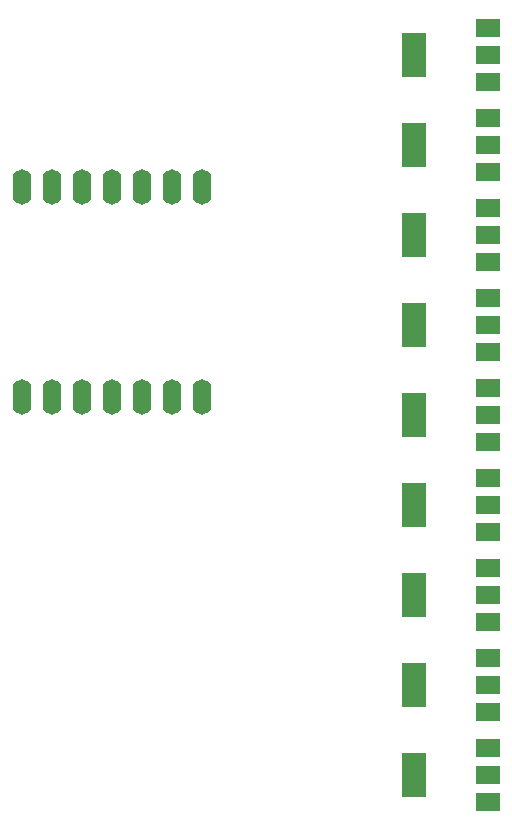
<source format=gbr>
%TF.GenerationSoftware,KiCad,Pcbnew,(6.0.6-0)*%
%TF.CreationDate,2023-10-25T18:50:17+02:00*%
%TF.ProjectId,9outputs,396f7574-7075-4747-932e-6b696361645f,rev?*%
%TF.SameCoordinates,Original*%
%TF.FileFunction,Paste,Top*%
%TF.FilePolarity,Positive*%
%FSLAX46Y46*%
G04 Gerber Fmt 4.6, Leading zero omitted, Abs format (unit mm)*
G04 Created by KiCad (PCBNEW (6.0.6-0)) date 2023-10-25 18:50:17*
%MOMM*%
%LPD*%
G01*
G04 APERTURE LIST*
G04 Aperture macros list*
%AMRoundRect*
0 Rectangle with rounded corners*
0 $1 Rounding radius*
0 $2 $3 $4 $5 $6 $7 $8 $9 X,Y pos of 4 corners*
0 Add a 4 corners polygon primitive as box body*
4,1,4,$2,$3,$4,$5,$6,$7,$8,$9,$2,$3,0*
0 Add four circle primitives for the rounded corners*
1,1,$1+$1,$2,$3*
1,1,$1+$1,$4,$5*
1,1,$1+$1,$6,$7*
1,1,$1+$1,$8,$9*
0 Add four rect primitives between the rounded corners*
20,1,$1+$1,$2,$3,$4,$5,0*
20,1,$1+$1,$4,$5,$6,$7,0*
20,1,$1+$1,$6,$7,$8,$9,0*
20,1,$1+$1,$8,$9,$2,$3,0*%
G04 Aperture macros list end*
%ADD10R,2.000000X1.500000*%
%ADD11R,2.000000X3.800000*%
%ADD12RoundRect,0.800000X0.000000X-0.700000X0.000000X0.700000X0.000000X0.700000X0.000000X-0.700000X0*%
G04 APERTURE END LIST*
D10*
%TO.C,Q7*%
X133506007Y-76213999D03*
X133506007Y-73913999D03*
X133506007Y-71613999D03*
D11*
X127206007Y-73913999D03*
%TD*%
D10*
%TO.C,Q9*%
X133506007Y-68593999D03*
X133506007Y-66293999D03*
X133506007Y-63993999D03*
D11*
X127206007Y-66293999D03*
%TD*%
D12*
%TO.C,U4*%
X94008076Y-72405000D03*
X96548076Y-72405000D03*
X99088076Y-72405000D03*
X101628076Y-72405000D03*
X104168076Y-72405000D03*
X106708076Y-72405000D03*
X109248076Y-72405000D03*
X109248076Y-54625000D03*
X106708076Y-54625000D03*
X104168076Y-54625000D03*
X101628076Y-54625000D03*
X99088076Y-54625000D03*
X96548076Y-54625000D03*
X94008076Y-54625000D03*
%TD*%
D10*
%TO.C,Q5*%
X133506007Y-83833999D03*
X133506007Y-81533999D03*
X133506007Y-79233999D03*
D11*
X127206007Y-81533999D03*
%TD*%
D10*
%TO.C,Q3*%
X133506007Y-91453999D03*
X133506007Y-89153999D03*
X133506007Y-86853999D03*
D11*
X127206007Y-89153999D03*
%TD*%
D10*
%TO.C,Q2*%
X133506007Y-99073999D03*
X133506007Y-96773999D03*
X133506007Y-94473999D03*
D11*
X127206007Y-96773999D03*
%TD*%
D10*
%TO.C,Q1*%
X133506007Y-106693999D03*
X133506007Y-104393999D03*
X133506007Y-102093999D03*
D11*
X127206007Y-104393999D03*
%TD*%
D10*
%TO.C,Q4*%
X133506007Y-60973999D03*
X133506007Y-58673999D03*
X133506007Y-56373999D03*
D11*
X127206007Y-58673999D03*
%TD*%
D10*
%TO.C,Q6*%
X133506007Y-53353999D03*
X133506007Y-51053999D03*
X133506007Y-48753999D03*
D11*
X127206007Y-51053999D03*
%TD*%
D10*
%TO.C,Q8*%
X133506007Y-45733999D03*
X133506007Y-43433999D03*
X133506007Y-41133999D03*
D11*
X127206007Y-43433999D03*
%TD*%
M02*

</source>
